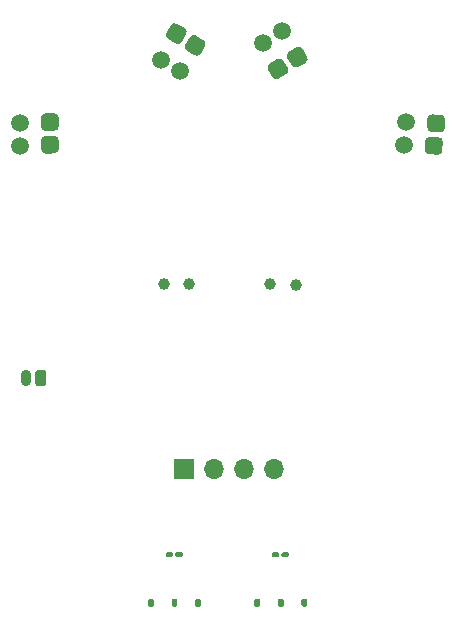
<source format=gbs>
G04 #@! TF.GenerationSoftware,KiCad,Pcbnew,(5.1.7)-1*
G04 #@! TF.CreationDate,2021-02-27T16:19:37+09:00*
G04 #@! TF.ProjectId,lapis,6c617069-732e-46b6-9963-61645f706362,rev?*
G04 #@! TF.SameCoordinates,Original*
G04 #@! TF.FileFunction,Soldermask,Bot*
G04 #@! TF.FilePolarity,Negative*
%FSLAX46Y46*%
G04 Gerber Fmt 4.6, Leading zero omitted, Abs format (unit mm)*
G04 Created by KiCad (PCBNEW (5.1.7)-1) date 2021-02-27 16:19:37*
%MOMM*%
%LPD*%
G01*
G04 APERTURE LIST*
%ADD10C,1.500000*%
%ADD11C,1.000000*%
%ADD12O,1.700000X1.700000*%
%ADD13R,1.700000X1.700000*%
%ADD14O,0.900000X1.400000*%
G04 APERTURE END LIST*
D10*
X160161547Y-94911355D03*
G36*
G01*
X163462631Y-94651403D02*
X163436456Y-95400946D01*
G75*
G02*
X163048597Y-95762631I-374772J13087D01*
G01*
X162299054Y-95736456D01*
G75*
G02*
X161937369Y-95348597I13087J374772D01*
G01*
X161963544Y-94599054D01*
G75*
G02*
X162351403Y-94237369I374772J-13087D01*
G01*
X163100946Y-94263544D01*
G75*
G02*
X163462631Y-94651403I-13087J-374772D01*
G01*
G37*
G36*
G01*
X150199760Y-88962020D02*
X149550240Y-89337020D01*
G75*
G02*
X149037980Y-89199760I-187500J324760D01*
G01*
X148662980Y-88550240D01*
G75*
G02*
X148800240Y-88037980I324760J187500D01*
G01*
X149449760Y-87662980D01*
G75*
G02*
X149962020Y-87800240I187500J-324760D01*
G01*
X150337020Y-88449760D01*
G75*
G02*
X150199760Y-88962020I-324760J-187500D01*
G01*
G37*
X148230000Y-86300295D03*
X141230000Y-88699705D03*
G36*
G01*
X142550240Y-85662980D02*
X143199760Y-86037980D01*
G75*
G02*
X143337020Y-86550240I-187500J-324760D01*
G01*
X142962020Y-87199760D01*
G75*
G02*
X142449760Y-87337020I-324760J187500D01*
G01*
X141800240Y-86962020D01*
G75*
G02*
X141662980Y-86449760I187500J324760D01*
G01*
X142037980Y-85800240D01*
G75*
G02*
X142550240Y-85662980I324760J-187500D01*
G01*
G37*
X127661547Y-94988645D03*
G36*
G01*
X130936456Y-94499054D02*
X130962631Y-95248597D01*
G75*
G02*
X130600946Y-95636456I-374772J-13087D01*
G01*
X129851403Y-95662631D01*
G75*
G02*
X129463544Y-95300946I-13087J374772D01*
G01*
X129437369Y-94551403D01*
G75*
G02*
X129799054Y-94163544I374772J13087D01*
G01*
X130548597Y-94137369D01*
G75*
G02*
X130936456Y-94499054I13087J-374772D01*
G01*
G37*
G36*
G01*
X130936456Y-92599054D02*
X130962631Y-93348597D01*
G75*
G02*
X130600946Y-93736456I-374772J-13087D01*
G01*
X129851403Y-93762631D01*
G75*
G02*
X129463544Y-93400946I-13087J374772D01*
G01*
X129437369Y-92651403D01*
G75*
G02*
X129799054Y-92263544I374772J13087D01*
G01*
X130548597Y-92237369D01*
G75*
G02*
X130936456Y-92599054I13087J-374772D01*
G01*
G37*
X127661547Y-93088645D03*
G36*
G01*
X151844760Y-87957020D02*
X151195240Y-88332020D01*
G75*
G02*
X150682980Y-88194760I-187500J324760D01*
G01*
X150307980Y-87545240D01*
G75*
G02*
X150445240Y-87032980I324760J187500D01*
G01*
X151094760Y-86657980D01*
G75*
G02*
X151607020Y-86795240I187500J-324760D01*
G01*
X151982020Y-87444760D01*
G75*
G02*
X151844760Y-87957020I-324760J-187500D01*
G01*
G37*
X149875000Y-85295295D03*
X139630000Y-87699705D03*
G36*
G01*
X140950240Y-84662980D02*
X141599760Y-85037980D01*
G75*
G02*
X141737020Y-85550240I-187500J-324760D01*
G01*
X141362020Y-86199760D01*
G75*
G02*
X140849760Y-86337020I-324760J187500D01*
G01*
X140200240Y-85962020D01*
G75*
G02*
X140062980Y-85449760I187500J324760D01*
G01*
X140437980Y-84800240D01*
G75*
G02*
X140950240Y-84662980I324760J-187500D01*
G01*
G37*
X160361547Y-93011355D03*
G36*
G01*
X163662631Y-92751403D02*
X163636456Y-93500946D01*
G75*
G02*
X163248597Y-93862631I-374772J13087D01*
G01*
X162499054Y-93836456D01*
G75*
G02*
X162137369Y-93448597I13087J374772D01*
G01*
X162163544Y-92699054D01*
G75*
G02*
X162551403Y-92337369I374772J-13087D01*
G01*
X163300946Y-92363544D01*
G75*
G02*
X163662631Y-92751403I-13087J-374772D01*
G01*
G37*
D11*
X148800000Y-106735000D03*
X151000000Y-106800000D03*
X141990000Y-106670000D03*
X139850000Y-106690000D03*
G36*
G01*
X140810000Y-129710000D02*
X140810000Y-129510000D01*
G75*
G02*
X140910000Y-129410000I100000J0D01*
G01*
X141345000Y-129410000D01*
G75*
G02*
X141445000Y-129510000I0J-100000D01*
G01*
X141445000Y-129710000D01*
G75*
G02*
X141345000Y-129810000I-100000J0D01*
G01*
X140910000Y-129810000D01*
G75*
G02*
X140810000Y-129710000I0J100000D01*
G01*
G37*
G36*
G01*
X139995000Y-129710000D02*
X139995000Y-129510000D01*
G75*
G02*
X140095000Y-129410000I100000J0D01*
G01*
X140530000Y-129410000D01*
G75*
G02*
X140630000Y-129510000I0J-100000D01*
G01*
X140630000Y-129710000D01*
G75*
G02*
X140530000Y-129810000I-100000J0D01*
G01*
X140095000Y-129810000D01*
G75*
G02*
X139995000Y-129710000I0J100000D01*
G01*
G37*
G36*
G01*
X149800000Y-129730000D02*
X149800000Y-129530000D01*
G75*
G02*
X149900000Y-129430000I100000J0D01*
G01*
X150335000Y-129430000D01*
G75*
G02*
X150435000Y-129530000I0J-100000D01*
G01*
X150435000Y-129730000D01*
G75*
G02*
X150335000Y-129830000I-100000J0D01*
G01*
X149900000Y-129830000D01*
G75*
G02*
X149800000Y-129730000I0J100000D01*
G01*
G37*
G36*
G01*
X148985000Y-129730000D02*
X148985000Y-129530000D01*
G75*
G02*
X149085000Y-129430000I100000J0D01*
G01*
X149520000Y-129430000D01*
G75*
G02*
X149620000Y-129530000I0J-100000D01*
G01*
X149620000Y-129730000D01*
G75*
G02*
X149520000Y-129830000I-100000J0D01*
G01*
X149085000Y-129830000D01*
G75*
G02*
X148985000Y-129730000I0J100000D01*
G01*
G37*
D12*
X149160000Y-122360000D03*
X146620000Y-122360000D03*
X144080000Y-122360000D03*
D13*
X141540000Y-122360000D03*
G36*
G01*
X142995000Y-133465000D02*
X142995000Y-133915000D01*
G75*
G02*
X142870000Y-134040000I-125000J0D01*
G01*
X142620000Y-134040000D01*
G75*
G02*
X142495000Y-133915000I0J125000D01*
G01*
X142495000Y-133465000D01*
G75*
G02*
X142620000Y-133340000I125000J0D01*
G01*
X142870000Y-133340000D01*
G75*
G02*
X142995000Y-133465000I0J-125000D01*
G01*
G37*
G36*
G01*
X140995000Y-133465000D02*
X140995000Y-133915000D01*
G75*
G02*
X140870000Y-134040000I-125000J0D01*
G01*
X140620000Y-134040000D01*
G75*
G02*
X140495000Y-133915000I0J125000D01*
G01*
X140495000Y-133465000D01*
G75*
G02*
X140620000Y-133340000I125000J0D01*
G01*
X140870000Y-133340000D01*
G75*
G02*
X140995000Y-133465000I0J-125000D01*
G01*
G37*
G36*
G01*
X138995000Y-133465000D02*
X138995000Y-133915000D01*
G75*
G02*
X138870000Y-134040000I-125000J0D01*
G01*
X138620000Y-134040000D01*
G75*
G02*
X138495000Y-133915000I0J125000D01*
G01*
X138495000Y-133465000D01*
G75*
G02*
X138620000Y-133340000I125000J0D01*
G01*
X138870000Y-133340000D01*
G75*
G02*
X138995000Y-133465000I0J-125000D01*
G01*
G37*
D14*
X128175000Y-114675000D03*
G36*
G01*
X129875000Y-114200000D02*
X129875000Y-115150000D01*
G75*
G02*
X129650000Y-115375000I-225000J0D01*
G01*
X129200000Y-115375000D01*
G75*
G02*
X128975000Y-115150000I0J225000D01*
G01*
X128975000Y-114200000D01*
G75*
G02*
X129200000Y-113975000I225000J0D01*
G01*
X129650000Y-113975000D01*
G75*
G02*
X129875000Y-114200000I0J-225000D01*
G01*
G37*
G36*
G01*
X152000000Y-133465000D02*
X152000000Y-133915000D01*
G75*
G02*
X151875000Y-134040000I-125000J0D01*
G01*
X151625000Y-134040000D01*
G75*
G02*
X151500000Y-133915000I0J125000D01*
G01*
X151500000Y-133465000D01*
G75*
G02*
X151625000Y-133340000I125000J0D01*
G01*
X151875000Y-133340000D01*
G75*
G02*
X152000000Y-133465000I0J-125000D01*
G01*
G37*
G36*
G01*
X150000000Y-133465000D02*
X150000000Y-133915000D01*
G75*
G02*
X149875000Y-134040000I-125000J0D01*
G01*
X149625000Y-134040000D01*
G75*
G02*
X149500000Y-133915000I0J125000D01*
G01*
X149500000Y-133465000D01*
G75*
G02*
X149625000Y-133340000I125000J0D01*
G01*
X149875000Y-133340000D01*
G75*
G02*
X150000000Y-133465000I0J-125000D01*
G01*
G37*
G36*
G01*
X148000000Y-133465000D02*
X148000000Y-133915000D01*
G75*
G02*
X147875000Y-134040000I-125000J0D01*
G01*
X147625000Y-134040000D01*
G75*
G02*
X147500000Y-133915000I0J125000D01*
G01*
X147500000Y-133465000D01*
G75*
G02*
X147625000Y-133340000I125000J0D01*
G01*
X147875000Y-133340000D01*
G75*
G02*
X148000000Y-133465000I0J-125000D01*
G01*
G37*
M02*

</source>
